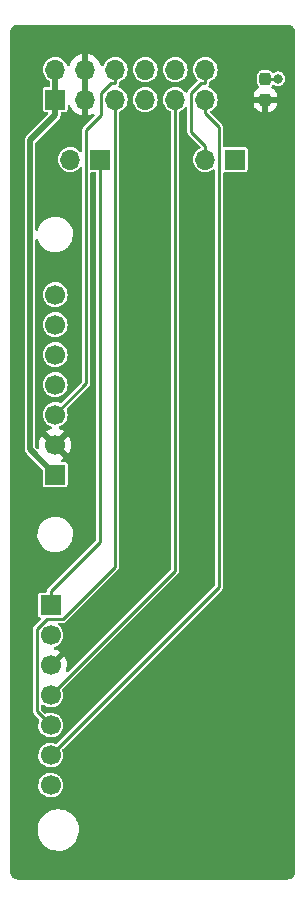
<source format=gtl>
G04 #@! TF.GenerationSoftware,KiCad,Pcbnew,6.0.9-8da3e8f707~116~ubuntu20.04.1*
G04 #@! TF.CreationDate,2023-03-08T00:07:42+01:00*
G04 #@! TF.ProjectId,clocks_pmod,636c6f63-6b73-45f7-906d-6f642e6b6963,rev?*
G04 #@! TF.SameCoordinates,Original*
G04 #@! TF.FileFunction,Copper,L1,Top*
G04 #@! TF.FilePolarity,Positive*
%FSLAX46Y46*%
G04 Gerber Fmt 4.6, Leading zero omitted, Abs format (unit mm)*
G04 Created by KiCad (PCBNEW 6.0.9-8da3e8f707~116~ubuntu20.04.1) date 2023-03-08 00:07:42*
%MOMM*%
%LPD*%
G01*
G04 APERTURE LIST*
G04 Aperture macros list*
%AMRoundRect*
0 Rectangle with rounded corners*
0 $1 Rounding radius*
0 $2 $3 $4 $5 $6 $7 $8 $9 X,Y pos of 4 corners*
0 Add a 4 corners polygon primitive as box body*
4,1,4,$2,$3,$4,$5,$6,$7,$8,$9,$2,$3,0*
0 Add four circle primitives for the rounded corners*
1,1,$1+$1,$2,$3*
1,1,$1+$1,$4,$5*
1,1,$1+$1,$6,$7*
1,1,$1+$1,$8,$9*
0 Add four rect primitives between the rounded corners*
20,1,$1+$1,$2,$3,$4,$5,0*
20,1,$1+$1,$4,$5,$6,$7,0*
20,1,$1+$1,$6,$7,$8,$9,0*
20,1,$1+$1,$8,$9,$2,$3,0*%
G04 Aperture macros list end*
G04 #@! TA.AperFunction,ComponentPad*
%ADD10R,1.700000X1.700000*%
G04 #@! TD*
G04 #@! TA.AperFunction,ComponentPad*
%ADD11C,1.700000*%
G04 #@! TD*
G04 #@! TA.AperFunction,SMDPad,CuDef*
%ADD12RoundRect,0.237500X0.237500X-0.287500X0.237500X0.287500X-0.237500X0.287500X-0.237500X-0.287500X0*%
G04 #@! TD*
G04 #@! TA.AperFunction,ComponentPad*
%ADD13O,1.700000X1.700000*%
G04 #@! TD*
G04 #@! TA.AperFunction,ViaPad*
%ADD14C,0.800000*%
G04 #@! TD*
G04 #@! TA.AperFunction,Conductor*
%ADD15C,0.500000*%
G04 #@! TD*
G04 #@! TA.AperFunction,Conductor*
%ADD16C,0.250000*%
G04 #@! TD*
G04 APERTURE END LIST*
D10*
X81280000Y-105410000D03*
D11*
X81280000Y-102870000D03*
X81280000Y-100330000D03*
X81280000Y-97790000D03*
X81280000Y-95250000D03*
X81280000Y-92710000D03*
X81280000Y-90170000D03*
D10*
X80899000Y-116459000D03*
D11*
X80899000Y-118999000D03*
X80899000Y-121539000D03*
X80899000Y-124079000D03*
X80899000Y-126619000D03*
X80899000Y-129159000D03*
X80899000Y-131699000D03*
D12*
X99060000Y-73660000D03*
X99060000Y-71910000D03*
D10*
X81280000Y-73660000D03*
D13*
X81280000Y-71120000D03*
X83820000Y-73660000D03*
X83820000Y-71120000D03*
X86360000Y-73660000D03*
X86360000Y-71120000D03*
X88900000Y-73660000D03*
X88900000Y-71120000D03*
X91440000Y-73660000D03*
X91440000Y-71120000D03*
X93980000Y-73660000D03*
X93980000Y-71120000D03*
D10*
X85090000Y-78740000D03*
D13*
X82550000Y-78740000D03*
D10*
X96520000Y-78740000D03*
D13*
X93980000Y-78740000D03*
D14*
X100162400Y-71892200D03*
D15*
X83820000Y-71120000D02*
X83820000Y-69215000D01*
X83820000Y-69215000D02*
X84455000Y-68580000D01*
X84455000Y-68580000D02*
X94615000Y-68580000D01*
X94615000Y-68580000D02*
X95885000Y-69850000D01*
X95885000Y-69850000D02*
X95885000Y-72390000D01*
X95885000Y-72390000D02*
X97155000Y-73660000D01*
X97155000Y-73660000D02*
X99060000Y-73660000D01*
D16*
X80899000Y-116459000D02*
X80899000Y-115283700D01*
X85090000Y-111092700D02*
X80899000Y-115283700D01*
X85090000Y-78740000D02*
X85090000Y-111092700D01*
X93612600Y-72295300D02*
X93980000Y-72295300D01*
X92804700Y-73103200D02*
X93612600Y-72295300D01*
X92804700Y-76389400D02*
X92804700Y-73103200D01*
X93980000Y-77564700D02*
X92804700Y-76389400D01*
X93980000Y-78740000D02*
X93980000Y-77564700D01*
X93980000Y-71120000D02*
X93980000Y-72295300D01*
X95155300Y-76010600D02*
X93980000Y-74835300D01*
X95155300Y-114902700D02*
X95155300Y-76010600D01*
X80899000Y-129159000D02*
X95155300Y-114902700D01*
X93980000Y-73660000D02*
X93980000Y-74835300D01*
X91440000Y-113538000D02*
X80899000Y-124079000D01*
X91440000Y-73660000D02*
X91440000Y-113538000D01*
X83914700Y-97695300D02*
X81280000Y-100330000D01*
X83914700Y-76199900D02*
X83914700Y-97695300D01*
X85184700Y-74929900D02*
X83914700Y-76199900D01*
X85184700Y-73103200D02*
X85184700Y-74929900D01*
X85992600Y-72295300D02*
X85184700Y-73103200D01*
X86360000Y-72295300D02*
X85992600Y-72295300D01*
X86360000Y-71120000D02*
X86360000Y-72295300D01*
X79717800Y-125437800D02*
X80899000Y-126619000D01*
X79717800Y-118471500D02*
X79717800Y-125437800D01*
X80554900Y-117634400D02*
X79717800Y-118471500D01*
X81940500Y-117634400D02*
X80554900Y-117634400D01*
X86360000Y-113214900D02*
X81940500Y-117634400D01*
X86360000Y-73660000D02*
X86360000Y-113214900D01*
X99077800Y-71892200D02*
X100162400Y-71892200D01*
X99060000Y-71910000D02*
X99077800Y-71892200D01*
D15*
X83820000Y-73660000D02*
X83820000Y-71120000D01*
X79143000Y-77097300D02*
X81280000Y-74960300D01*
X79143000Y-103273000D02*
X79143000Y-77097300D01*
X81280000Y-105410000D02*
X79143000Y-103273000D01*
X81280000Y-73660000D02*
X81280000Y-71120000D01*
X81280000Y-73660000D02*
X81280000Y-74960300D01*
G04 #@! TA.AperFunction,Conductor*
G36*
X100972025Y-67311792D02*
G01*
X101016582Y-67316812D01*
X101018852Y-67317090D01*
X101060708Y-67322600D01*
X101100871Y-67327888D01*
X101126040Y-67333881D01*
X101178918Y-67352384D01*
X101185520Y-67354904D01*
X101247626Y-67380629D01*
X101266442Y-67390350D01*
X101316103Y-67421553D01*
X101325773Y-67428279D01*
X101377159Y-67467709D01*
X101389550Y-67478576D01*
X101431424Y-67520450D01*
X101442291Y-67532841D01*
X101481721Y-67584227D01*
X101488447Y-67593897D01*
X101519650Y-67643558D01*
X101529371Y-67662374D01*
X101555096Y-67724480D01*
X101557616Y-67731082D01*
X101576119Y-67783960D01*
X101582112Y-67809129D01*
X101592906Y-67891113D01*
X101593192Y-67893453D01*
X101598208Y-67937974D01*
X101599000Y-67952081D01*
X101599000Y-139057919D01*
X101598208Y-139072026D01*
X101593192Y-139116547D01*
X101592906Y-139118887D01*
X101582112Y-139200871D01*
X101576119Y-139226040D01*
X101557616Y-139278918D01*
X101555096Y-139285520D01*
X101529371Y-139347626D01*
X101519650Y-139366442D01*
X101488447Y-139416103D01*
X101481721Y-139425773D01*
X101442291Y-139477159D01*
X101431424Y-139489550D01*
X101389550Y-139531424D01*
X101377159Y-139542291D01*
X101325773Y-139581721D01*
X101316103Y-139588447D01*
X101266442Y-139619650D01*
X101247626Y-139629371D01*
X101185520Y-139655096D01*
X101178918Y-139657616D01*
X101126040Y-139676119D01*
X101100871Y-139682112D01*
X101060708Y-139687400D01*
X101018852Y-139692910D01*
X101016582Y-139693188D01*
X100972025Y-139698208D01*
X100957919Y-139699000D01*
X78112081Y-139699000D01*
X78097975Y-139698208D01*
X78053418Y-139693188D01*
X78051148Y-139692910D01*
X78009292Y-139687400D01*
X77969129Y-139682112D01*
X77943960Y-139676119D01*
X77891082Y-139657616D01*
X77884480Y-139655096D01*
X77822374Y-139629371D01*
X77803558Y-139619650D01*
X77753897Y-139588447D01*
X77744227Y-139581721D01*
X77692841Y-139542291D01*
X77680450Y-139531424D01*
X77638576Y-139489550D01*
X77627709Y-139477159D01*
X77588279Y-139425773D01*
X77581553Y-139416103D01*
X77550350Y-139366442D01*
X77540629Y-139347626D01*
X77514904Y-139285520D01*
X77512384Y-139278918D01*
X77493881Y-139226040D01*
X77487888Y-139200871D01*
X77477094Y-139118887D01*
X77476808Y-139116547D01*
X77471792Y-139072026D01*
X77471000Y-139057919D01*
X77471000Y-135616165D01*
X79781866Y-135616165D01*
X79816952Y-135873970D01*
X79889758Y-136123757D01*
X79998686Y-136360039D01*
X80001246Y-136363944D01*
X80001249Y-136363949D01*
X80138775Y-136573712D01*
X80138779Y-136573717D01*
X80141341Y-136577625D01*
X80314591Y-136771735D01*
X80514629Y-136938105D01*
X80737061Y-137073080D01*
X80741375Y-137074889D01*
X80741377Y-137074890D01*
X80972686Y-137171886D01*
X80972691Y-137171888D01*
X80977001Y-137173695D01*
X80981533Y-137174846D01*
X80981536Y-137174847D01*
X81106815Y-137206663D01*
X81229177Y-137237739D01*
X81445286Y-137259500D01*
X81600044Y-137259500D01*
X81602369Y-137259327D01*
X81602375Y-137259327D01*
X81788814Y-137245472D01*
X81788818Y-137245471D01*
X81793466Y-137245126D01*
X82047232Y-137187705D01*
X82051586Y-137186012D01*
X82285370Y-137095098D01*
X82285372Y-137095097D01*
X82289723Y-137093405D01*
X82325285Y-137073080D01*
X82373038Y-137045786D01*
X82515612Y-136964299D01*
X82719936Y-136803223D01*
X82898208Y-136613714D01*
X83046511Y-136399937D01*
X83064258Y-136363949D01*
X83159521Y-136170775D01*
X83159522Y-136170772D01*
X83161586Y-136166587D01*
X83240906Y-135918792D01*
X83282728Y-135661994D01*
X83286134Y-135401835D01*
X83251048Y-135144030D01*
X83178242Y-134894243D01*
X83069314Y-134657961D01*
X83040637Y-134614221D01*
X82929225Y-134444288D01*
X82929221Y-134444283D01*
X82926659Y-134440375D01*
X82753409Y-134246265D01*
X82553371Y-134079895D01*
X82330939Y-133944920D01*
X82326623Y-133943110D01*
X82095314Y-133846114D01*
X82095309Y-133846112D01*
X82090999Y-133844305D01*
X82086467Y-133843154D01*
X82086464Y-133843153D01*
X81961185Y-133811337D01*
X81838823Y-133780261D01*
X81622714Y-133758500D01*
X81467956Y-133758500D01*
X81465631Y-133758673D01*
X81465625Y-133758673D01*
X81279186Y-133772528D01*
X81279182Y-133772529D01*
X81274534Y-133772874D01*
X81020768Y-133830295D01*
X81016416Y-133831987D01*
X81016414Y-133831988D01*
X80782630Y-133922902D01*
X80782628Y-133922903D01*
X80778277Y-133924595D01*
X80774223Y-133926912D01*
X80774221Y-133926913D01*
X80738467Y-133947348D01*
X80552388Y-134053701D01*
X80348064Y-134214777D01*
X80169792Y-134404286D01*
X80021489Y-134618063D01*
X80019423Y-134622253D01*
X80019421Y-134622256D01*
X79999720Y-134662207D01*
X79906414Y-134851413D01*
X79827094Y-135099208D01*
X79785272Y-135356006D01*
X79781866Y-135616165D01*
X77471000Y-135616165D01*
X77471000Y-131684262D01*
X79843520Y-131684262D01*
X79860759Y-131889553D01*
X79917544Y-132087586D01*
X79920359Y-132093063D01*
X79920360Y-132093066D01*
X79941247Y-132133707D01*
X80011712Y-132270818D01*
X80139677Y-132432270D01*
X80296564Y-132565791D01*
X80476398Y-132666297D01*
X80571238Y-132697113D01*
X80666471Y-132728056D01*
X80666475Y-132728057D01*
X80672329Y-132729959D01*
X80876894Y-132754351D01*
X80883029Y-132753879D01*
X80883031Y-132753879D01*
X80939039Y-132749569D01*
X81082300Y-132738546D01*
X81088230Y-132736890D01*
X81088232Y-132736890D01*
X81274797Y-132684800D01*
X81274796Y-132684800D01*
X81280725Y-132683145D01*
X81286214Y-132680372D01*
X81286220Y-132680370D01*
X81459116Y-132593033D01*
X81464610Y-132590258D01*
X81626951Y-132463424D01*
X81761564Y-132307472D01*
X81782387Y-132270818D01*
X81860276Y-132133707D01*
X81863323Y-132128344D01*
X81928351Y-131932863D01*
X81954171Y-131728474D01*
X81954583Y-131699000D01*
X81934480Y-131493970D01*
X81874935Y-131296749D01*
X81778218Y-131114849D01*
X81704859Y-131024902D01*
X81651906Y-130959975D01*
X81651903Y-130959972D01*
X81648011Y-130955200D01*
X81630786Y-130940950D01*
X81494025Y-130827811D01*
X81494021Y-130827809D01*
X81489275Y-130823882D01*
X81308055Y-130725897D01*
X81111254Y-130664977D01*
X81105129Y-130664333D01*
X81105128Y-130664333D01*
X80912498Y-130644087D01*
X80912496Y-130644087D01*
X80906369Y-130643443D01*
X80819529Y-130651346D01*
X80707342Y-130661555D01*
X80707339Y-130661556D01*
X80701203Y-130662114D01*
X80503572Y-130720280D01*
X80321002Y-130815726D01*
X80316201Y-130819586D01*
X80316198Y-130819588D01*
X80305971Y-130827811D01*
X80160447Y-130944815D01*
X80028024Y-131102630D01*
X80025056Y-131108028D01*
X80025053Y-131108033D01*
X80018315Y-131120290D01*
X79928776Y-131283162D01*
X79866484Y-131479532D01*
X79865798Y-131485649D01*
X79865797Y-131485653D01*
X79844207Y-131678137D01*
X79843520Y-131684262D01*
X77471000Y-131684262D01*
X77471000Y-125466607D01*
X79388536Y-125466607D01*
X79391390Y-125477256D01*
X79398291Y-125503010D01*
X79400670Y-125513742D01*
X79407212Y-125550845D01*
X79412723Y-125560390D01*
X79413915Y-125563666D01*
X79415392Y-125566834D01*
X79418246Y-125577484D01*
X79424570Y-125586515D01*
X79439855Y-125608344D01*
X79445761Y-125617615D01*
X79457842Y-125638540D01*
X79464606Y-125650255D01*
X79473051Y-125657341D01*
X79493482Y-125674485D01*
X79501585Y-125681911D01*
X79897257Y-126077583D01*
X79931283Y-126139895D01*
X79928264Y-126204776D01*
X79866484Y-126399532D01*
X79865798Y-126405649D01*
X79865797Y-126405653D01*
X79844207Y-126598137D01*
X79843520Y-126604262D01*
X79860759Y-126809553D01*
X79917544Y-127007586D01*
X79920359Y-127013063D01*
X79920360Y-127013066D01*
X79941247Y-127053707D01*
X80011712Y-127190818D01*
X80139677Y-127352270D01*
X80296564Y-127485791D01*
X80476398Y-127586297D01*
X80571238Y-127617113D01*
X80666471Y-127648056D01*
X80666475Y-127648057D01*
X80672329Y-127649959D01*
X80876894Y-127674351D01*
X80883029Y-127673879D01*
X80883031Y-127673879D01*
X80939039Y-127669569D01*
X81082300Y-127658546D01*
X81088230Y-127656890D01*
X81088232Y-127656890D01*
X81274797Y-127604800D01*
X81274796Y-127604800D01*
X81280725Y-127603145D01*
X81286214Y-127600372D01*
X81286220Y-127600370D01*
X81459116Y-127513033D01*
X81464610Y-127510258D01*
X81626951Y-127383424D01*
X81761564Y-127227472D01*
X81782387Y-127190818D01*
X81860276Y-127053707D01*
X81863323Y-127048344D01*
X81928351Y-126852863D01*
X81954171Y-126648474D01*
X81954583Y-126619000D01*
X81934480Y-126413970D01*
X81874935Y-126216749D01*
X81778218Y-126034849D01*
X81704859Y-125944902D01*
X81651906Y-125879975D01*
X81651903Y-125879972D01*
X81648011Y-125875200D01*
X81643262Y-125871271D01*
X81494025Y-125747811D01*
X81494021Y-125747809D01*
X81489275Y-125743882D01*
X81308055Y-125645897D01*
X81111254Y-125584977D01*
X81105129Y-125584333D01*
X81105128Y-125584333D01*
X80912498Y-125564087D01*
X80912496Y-125564087D01*
X80906369Y-125563443D01*
X80819529Y-125571346D01*
X80707342Y-125581555D01*
X80707339Y-125581556D01*
X80701203Y-125582114D01*
X80503572Y-125640280D01*
X80498108Y-125643137D01*
X80493781Y-125644885D01*
X80423128Y-125651860D01*
X80357482Y-125617156D01*
X80080205Y-125339879D01*
X80046179Y-125277567D01*
X80043300Y-125250784D01*
X80043300Y-125002936D01*
X80063302Y-124934815D01*
X80116958Y-124888322D01*
X80187232Y-124878218D01*
X80250964Y-124906982D01*
X80296564Y-124945791D01*
X80476398Y-125046297D01*
X80571238Y-125077113D01*
X80666471Y-125108056D01*
X80666475Y-125108057D01*
X80672329Y-125109959D01*
X80876894Y-125134351D01*
X80883029Y-125133879D01*
X80883031Y-125133879D01*
X80939039Y-125129569D01*
X81082300Y-125118546D01*
X81088230Y-125116890D01*
X81088232Y-125116890D01*
X81274797Y-125064800D01*
X81274796Y-125064800D01*
X81280725Y-125063145D01*
X81286214Y-125060372D01*
X81286220Y-125060370D01*
X81459116Y-124973033D01*
X81464610Y-124970258D01*
X81626951Y-124843424D01*
X81761564Y-124687472D01*
X81863323Y-124508344D01*
X81928351Y-124312863D01*
X81954171Y-124108474D01*
X81954583Y-124079000D01*
X81934480Y-123873970D01*
X81874935Y-123676749D01*
X81873312Y-123673696D01*
X81865944Y-123604024D01*
X81900808Y-123537518D01*
X91656222Y-113782105D01*
X91664326Y-113774678D01*
X91684750Y-113757540D01*
X91693194Y-113750455D01*
X91698704Y-113740912D01*
X91698707Y-113740908D01*
X91712036Y-113717821D01*
X91717941Y-113708551D01*
X91733232Y-113686713D01*
X91739554Y-113677684D01*
X91742407Y-113667036D01*
X91743886Y-113663865D01*
X91745078Y-113660589D01*
X91750588Y-113651045D01*
X91757134Y-113613924D01*
X91759508Y-113603217D01*
X91769263Y-113566807D01*
X91765979Y-113529269D01*
X91765500Y-113518288D01*
X91765500Y-74750062D01*
X91785502Y-74681941D01*
X91834690Y-74637596D01*
X92000113Y-74554035D01*
X92000116Y-74554033D01*
X92005610Y-74551258D01*
X92167951Y-74424424D01*
X92173608Y-74417871D01*
X92257818Y-74320311D01*
X92317471Y-74281814D01*
X92388467Y-74281678D01*
X92448267Y-74319948D01*
X92477883Y-74384472D01*
X92479200Y-74402642D01*
X92479200Y-76369690D01*
X92478720Y-76380672D01*
X92475436Y-76418207D01*
X92478290Y-76428856D01*
X92485191Y-76454610D01*
X92487570Y-76465342D01*
X92494112Y-76502445D01*
X92499623Y-76511990D01*
X92500815Y-76515266D01*
X92502292Y-76518434D01*
X92505146Y-76529084D01*
X92511470Y-76538115D01*
X92526755Y-76559944D01*
X92532661Y-76569215D01*
X92545995Y-76592310D01*
X92551506Y-76601855D01*
X92559948Y-76608939D01*
X92580381Y-76626085D01*
X92588483Y-76633510D01*
X93549757Y-77594784D01*
X93583783Y-77657096D01*
X93578718Y-77727911D01*
X93536171Y-77784747D01*
X93519038Y-77795540D01*
X93464717Y-77823939D01*
X93402002Y-77856726D01*
X93397201Y-77860586D01*
X93397198Y-77860588D01*
X93373133Y-77879937D01*
X93241447Y-77985815D01*
X93109024Y-78143630D01*
X93106056Y-78149028D01*
X93106053Y-78149033D01*
X93012743Y-78318765D01*
X93009776Y-78324162D01*
X92947484Y-78520532D01*
X92946798Y-78526649D01*
X92946797Y-78526653D01*
X92941609Y-78572910D01*
X92924520Y-78725262D01*
X92941759Y-78930553D01*
X92998544Y-79128586D01*
X93001359Y-79134063D01*
X93001360Y-79134066D01*
X93089897Y-79306341D01*
X93092712Y-79311818D01*
X93220677Y-79473270D01*
X93225370Y-79477264D01*
X93225371Y-79477265D01*
X93332307Y-79568274D01*
X93377564Y-79606791D01*
X93557398Y-79707297D01*
X93641280Y-79734552D01*
X93747471Y-79769056D01*
X93747475Y-79769057D01*
X93753329Y-79770959D01*
X93957894Y-79795351D01*
X93964029Y-79794879D01*
X93964031Y-79794879D01*
X94036625Y-79789293D01*
X94163300Y-79779546D01*
X94169230Y-79777890D01*
X94169232Y-79777890D01*
X94355797Y-79725800D01*
X94355796Y-79725800D01*
X94361725Y-79724145D01*
X94367214Y-79721372D01*
X94367220Y-79721370D01*
X94540116Y-79634033D01*
X94545610Y-79631258D01*
X94550462Y-79627467D01*
X94550467Y-79627464D01*
X94626227Y-79568274D01*
X94692221Y-79542096D01*
X94761892Y-79555753D01*
X94813119Y-79604910D01*
X94829800Y-79667563D01*
X94829800Y-114715684D01*
X94809798Y-114783805D01*
X94792895Y-114804779D01*
X81440491Y-128157183D01*
X81378179Y-128191209D01*
X81308400Y-128184783D01*
X81308055Y-128185897D01*
X81302786Y-128184266D01*
X81111254Y-128124977D01*
X81105129Y-128124333D01*
X81105128Y-128124333D01*
X80912498Y-128104087D01*
X80912496Y-128104087D01*
X80906369Y-128103443D01*
X80819529Y-128111346D01*
X80707342Y-128121555D01*
X80707339Y-128121556D01*
X80701203Y-128122114D01*
X80503572Y-128180280D01*
X80498107Y-128183137D01*
X80494959Y-128184783D01*
X80321002Y-128275726D01*
X80316201Y-128279586D01*
X80316198Y-128279588D01*
X80165254Y-128400950D01*
X80160447Y-128404815D01*
X80028024Y-128562630D01*
X80025056Y-128568028D01*
X80025053Y-128568033D01*
X79961287Y-128684024D01*
X79928776Y-128743162D01*
X79866484Y-128939532D01*
X79865798Y-128945649D01*
X79865797Y-128945653D01*
X79844207Y-129138137D01*
X79843520Y-129144262D01*
X79860759Y-129349553D01*
X79917544Y-129547586D01*
X79920359Y-129553063D01*
X79920360Y-129553066D01*
X79941247Y-129593707D01*
X80011712Y-129730818D01*
X80139677Y-129892270D01*
X80296564Y-130025791D01*
X80476398Y-130126297D01*
X80571238Y-130157113D01*
X80666471Y-130188056D01*
X80666475Y-130188057D01*
X80672329Y-130189959D01*
X80876894Y-130214351D01*
X80883029Y-130213879D01*
X80883031Y-130213879D01*
X80939039Y-130209569D01*
X81082300Y-130198546D01*
X81088230Y-130196890D01*
X81088232Y-130196890D01*
X81274797Y-130144800D01*
X81274796Y-130144800D01*
X81280725Y-130143145D01*
X81286214Y-130140372D01*
X81286220Y-130140370D01*
X81459116Y-130053033D01*
X81464610Y-130050258D01*
X81626951Y-129923424D01*
X81761564Y-129767472D01*
X81782387Y-129730818D01*
X81860276Y-129593707D01*
X81863323Y-129588344D01*
X81928351Y-129392863D01*
X81954171Y-129188474D01*
X81954583Y-129159000D01*
X81934480Y-128953970D01*
X81874935Y-128756749D01*
X81873312Y-128753696D01*
X81865944Y-128684024D01*
X81900808Y-128617518D01*
X95371515Y-115146811D01*
X95379619Y-115139384D01*
X95400049Y-115122241D01*
X95408494Y-115115155D01*
X95415001Y-115103885D01*
X95427339Y-115082515D01*
X95433245Y-115073244D01*
X95434645Y-115071245D01*
X95454854Y-115042384D01*
X95457708Y-115031734D01*
X95459185Y-115028566D01*
X95460377Y-115025290D01*
X95465888Y-115015745D01*
X95472430Y-114978642D01*
X95474809Y-114967910D01*
X95484564Y-114931507D01*
X95481279Y-114893957D01*
X95480800Y-114882976D01*
X95480800Y-79910325D01*
X95500802Y-79842204D01*
X95554458Y-79795711D01*
X95631381Y-79786746D01*
X95650252Y-79790500D01*
X97389748Y-79790500D01*
X97408621Y-79786746D01*
X97436061Y-79781288D01*
X97436062Y-79781288D01*
X97448231Y-79778867D01*
X97514552Y-79734552D01*
X97558867Y-79668231D01*
X97565670Y-79634033D01*
X97569293Y-79615816D01*
X97570500Y-79609748D01*
X97570500Y-77870252D01*
X97558867Y-77811769D01*
X97514552Y-77745448D01*
X97448231Y-77701133D01*
X97436062Y-77698712D01*
X97436061Y-77698712D01*
X97395816Y-77690707D01*
X97389748Y-77689500D01*
X95650252Y-77689500D01*
X95631381Y-77693254D01*
X95560669Y-77686927D01*
X95504601Y-77643373D01*
X95480800Y-77569675D01*
X95480800Y-76030313D01*
X95481279Y-76019332D01*
X95483603Y-75992770D01*
X95483603Y-75992768D01*
X95484563Y-75981793D01*
X95474808Y-75945383D01*
X95472433Y-75934672D01*
X95467801Y-75908406D01*
X95465888Y-75897555D01*
X95460378Y-75888011D01*
X95459186Y-75884735D01*
X95457707Y-75881564D01*
X95454854Y-75870916D01*
X95433240Y-75840048D01*
X95427336Y-75830779D01*
X95414007Y-75807692D01*
X95414004Y-75807688D01*
X95408494Y-75798145D01*
X95379624Y-75773920D01*
X95371533Y-75766506D01*
X94410025Y-74804999D01*
X94376001Y-74742688D01*
X94381065Y-74671873D01*
X94423612Y-74615037D01*
X94442310Y-74603439D01*
X94540116Y-74554033D01*
X94545610Y-74551258D01*
X94707951Y-74424424D01*
X94713608Y-74417871D01*
X94838540Y-74273134D01*
X94838540Y-74273133D01*
X94842564Y-74268472D01*
X94863387Y-74231818D01*
X94893601Y-74178631D01*
X94944323Y-74089344D01*
X94976118Y-73993766D01*
X98077000Y-73993766D01*
X98077337Y-74000282D01*
X98087075Y-74094132D01*
X98089968Y-74107528D01*
X98140488Y-74258953D01*
X98146653Y-74272115D01*
X98230426Y-74407492D01*
X98239460Y-74418890D01*
X98352129Y-74531363D01*
X98363540Y-74540375D01*
X98499063Y-74623912D01*
X98512241Y-74630056D01*
X98663766Y-74680315D01*
X98677132Y-74683181D01*
X98769770Y-74692672D01*
X98776185Y-74693000D01*
X98787885Y-74693000D01*
X98803124Y-74688525D01*
X98804329Y-74687135D01*
X98806000Y-74679452D01*
X98806000Y-74674885D01*
X99314000Y-74674885D01*
X99318475Y-74690124D01*
X99319865Y-74691329D01*
X99327548Y-74693000D01*
X99343766Y-74693000D01*
X99350282Y-74692663D01*
X99444132Y-74682925D01*
X99457528Y-74680032D01*
X99608953Y-74629512D01*
X99622115Y-74623347D01*
X99757492Y-74539574D01*
X99768890Y-74530540D01*
X99881363Y-74417871D01*
X99890375Y-74406460D01*
X99973912Y-74270937D01*
X99980056Y-74257759D01*
X100030315Y-74106234D01*
X100033181Y-74092868D01*
X100042672Y-74000230D01*
X100043000Y-73993815D01*
X100043000Y-73932115D01*
X100038525Y-73916876D01*
X100037135Y-73915671D01*
X100029452Y-73914000D01*
X99332115Y-73914000D01*
X99316876Y-73918475D01*
X99315671Y-73919865D01*
X99314000Y-73927548D01*
X99314000Y-74674885D01*
X98806000Y-74674885D01*
X98806000Y-73932115D01*
X98801525Y-73916876D01*
X98800135Y-73915671D01*
X98792452Y-73914000D01*
X98095115Y-73914000D01*
X98079876Y-73918475D01*
X98078671Y-73919865D01*
X98077000Y-73927548D01*
X98077000Y-73993766D01*
X94976118Y-73993766D01*
X95009351Y-73893863D01*
X95035171Y-73689474D01*
X95035583Y-73660000D01*
X95015480Y-73454970D01*
X94995226Y-73387885D01*
X98077000Y-73387885D01*
X98081475Y-73403124D01*
X98082865Y-73404329D01*
X98090548Y-73406000D01*
X100024885Y-73406000D01*
X100040124Y-73401525D01*
X100041329Y-73400135D01*
X100043000Y-73392452D01*
X100043000Y-73326234D01*
X100042663Y-73319718D01*
X100032925Y-73225868D01*
X100030032Y-73212472D01*
X99979512Y-73061047D01*
X99973347Y-73047885D01*
X99889574Y-72912508D01*
X99880540Y-72901110D01*
X99767871Y-72788637D01*
X99756460Y-72779625D01*
X99634394Y-72704383D01*
X99586901Y-72651611D01*
X99575477Y-72581539D01*
X99603751Y-72516416D01*
X99605337Y-72514680D01*
X99610711Y-72510711D01*
X99647752Y-72460561D01*
X99668787Y-72432082D01*
X99725349Y-72389171D01*
X99796130Y-72383651D01*
X99846846Y-72406981D01*
X99848624Y-72408345D01*
X99859559Y-72416736D01*
X100005638Y-72477244D01*
X100013826Y-72478322D01*
X100047187Y-72482714D01*
X100162400Y-72497882D01*
X100170588Y-72496804D01*
X100310974Y-72478322D01*
X100319162Y-72477244D01*
X100465241Y-72416736D01*
X100590682Y-72320482D01*
X100686936Y-72195041D01*
X100747444Y-72048962D01*
X100768082Y-71892200D01*
X100747444Y-71735438D01*
X100686936Y-71589359D01*
X100590682Y-71463918D01*
X100465241Y-71367664D01*
X100319162Y-71307156D01*
X100162400Y-71286518D01*
X100005638Y-71307156D01*
X99859559Y-71367664D01*
X99853008Y-71372691D01*
X99853004Y-71372693D01*
X99830059Y-71390299D01*
X99763839Y-71415899D01*
X99694290Y-71401634D01*
X99652005Y-71365195D01*
X99616307Y-71316864D01*
X99616303Y-71316860D01*
X99610711Y-71309289D01*
X99579881Y-71286518D01*
X99512345Y-71236635D01*
X99512343Y-71236634D01*
X99504768Y-71231039D01*
X99495881Y-71227918D01*
X99495879Y-71227917D01*
X99387748Y-71189944D01*
X99387746Y-71189943D01*
X99380500Y-71187399D01*
X99372856Y-71186676D01*
X99372854Y-71186676D01*
X99364879Y-71185922D01*
X99349833Y-71184500D01*
X99060147Y-71184500D01*
X98770168Y-71184501D01*
X98767218Y-71184780D01*
X98767213Y-71184780D01*
X98747150Y-71186676D01*
X98747149Y-71186676D01*
X98739500Y-71187399D01*
X98732252Y-71189944D01*
X98732249Y-71189945D01*
X98624121Y-71227917D01*
X98624119Y-71227918D01*
X98615232Y-71231039D01*
X98607657Y-71236634D01*
X98607655Y-71236635D01*
X98540119Y-71286518D01*
X98509289Y-71309289D01*
X98503697Y-71316860D01*
X98439461Y-71403830D01*
X98431039Y-71415232D01*
X98427918Y-71424119D01*
X98427917Y-71424121D01*
X98389944Y-71532252D01*
X98387399Y-71539500D01*
X98384500Y-71570167D01*
X98384501Y-72249832D01*
X98387399Y-72280500D01*
X98389944Y-72287748D01*
X98389945Y-72287751D01*
X98425562Y-72389171D01*
X98431039Y-72404768D01*
X98436634Y-72412343D01*
X98436635Y-72412345D01*
X98472248Y-72460561D01*
X98509289Y-72510711D01*
X98510503Y-72511608D01*
X98542530Y-72570259D01*
X98537465Y-72641074D01*
X98494918Y-72697910D01*
X98485711Y-72704187D01*
X98362508Y-72780427D01*
X98351110Y-72789460D01*
X98238637Y-72902129D01*
X98229625Y-72913540D01*
X98146088Y-73049063D01*
X98139944Y-73062241D01*
X98089685Y-73213766D01*
X98086819Y-73227132D01*
X98077328Y-73319770D01*
X98077000Y-73326185D01*
X98077000Y-73387885D01*
X94995226Y-73387885D01*
X94955935Y-73257749D01*
X94859218Y-73075849D01*
X94760236Y-72954485D01*
X94732906Y-72920975D01*
X94732903Y-72920972D01*
X94729011Y-72916200D01*
X94711786Y-72901950D01*
X94575025Y-72788811D01*
X94575021Y-72788809D01*
X94570275Y-72784882D01*
X94389055Y-72686897D01*
X94339684Y-72671614D01*
X94321968Y-72666130D01*
X94262808Y-72626879D01*
X94234261Y-72561874D01*
X94245390Y-72491755D01*
X94253803Y-72478645D01*
X94253643Y-72478552D01*
X94259157Y-72469002D01*
X94266240Y-72460561D01*
X94270008Y-72450208D01*
X94270011Y-72450203D01*
X94272363Y-72443740D01*
X94281644Y-72423836D01*
X94285076Y-72417892D01*
X94290588Y-72408345D01*
X94292502Y-72397491D01*
X94292504Y-72397485D01*
X94293696Y-72390724D01*
X94299378Y-72369516D01*
X94301730Y-72363052D01*
X94305500Y-72352694D01*
X94305500Y-72210062D01*
X94325502Y-72141941D01*
X94374690Y-72097596D01*
X94540113Y-72014035D01*
X94540116Y-72014033D01*
X94545610Y-72011258D01*
X94561345Y-71998965D01*
X94703101Y-71888213D01*
X94707951Y-71884424D01*
X94765992Y-71817183D01*
X94838540Y-71733134D01*
X94838540Y-71733133D01*
X94842564Y-71728472D01*
X94863387Y-71691818D01*
X94881056Y-71660714D01*
X94944323Y-71549344D01*
X95009351Y-71353863D01*
X95035171Y-71149474D01*
X95035583Y-71120000D01*
X95015480Y-70914970D01*
X94955935Y-70717749D01*
X94859218Y-70535849D01*
X94783206Y-70442649D01*
X94732906Y-70380975D01*
X94732903Y-70380972D01*
X94729011Y-70376200D01*
X94711786Y-70361950D01*
X94575025Y-70248811D01*
X94575021Y-70248809D01*
X94570275Y-70244882D01*
X94389055Y-70146897D01*
X94192254Y-70085977D01*
X94186129Y-70085333D01*
X94186128Y-70085333D01*
X93993498Y-70065087D01*
X93993496Y-70065087D01*
X93987369Y-70064443D01*
X93900529Y-70072346D01*
X93788342Y-70082555D01*
X93788339Y-70082556D01*
X93782203Y-70083114D01*
X93584572Y-70141280D01*
X93402002Y-70236726D01*
X93397201Y-70240586D01*
X93397198Y-70240588D01*
X93364688Y-70266727D01*
X93241447Y-70365815D01*
X93109024Y-70523630D01*
X93106056Y-70529028D01*
X93106053Y-70529033D01*
X93099315Y-70541290D01*
X93009776Y-70704162D01*
X92947484Y-70900532D01*
X92946798Y-70906649D01*
X92946797Y-70906653D01*
X92925207Y-71099137D01*
X92924520Y-71105262D01*
X92925036Y-71111406D01*
X92939741Y-71286518D01*
X92941759Y-71310553D01*
X92943458Y-71316478D01*
X92989395Y-71476678D01*
X92998544Y-71508586D01*
X93001359Y-71514063D01*
X93001360Y-71514066D01*
X93089897Y-71686341D01*
X93092712Y-71691818D01*
X93220677Y-71853270D01*
X93225370Y-71857264D01*
X93225371Y-71857265D01*
X93318537Y-71936556D01*
X93357450Y-71995939D01*
X93358081Y-72066933D01*
X93325969Y-72121605D01*
X92588485Y-72859089D01*
X92580381Y-72866516D01*
X92551506Y-72890745D01*
X92545993Y-72900294D01*
X92532661Y-72923385D01*
X92526755Y-72932656D01*
X92505146Y-72963516D01*
X92502291Y-72974169D01*
X92500819Y-72977327D01*
X92499626Y-72980605D01*
X92494112Y-72990155D01*
X92493373Y-72994344D01*
X92453753Y-73048154D01*
X92387431Y-73073491D01*
X92317940Y-73058950D01*
X92279804Y-73027523D01*
X92192906Y-72920975D01*
X92192903Y-72920972D01*
X92189011Y-72916200D01*
X92171786Y-72901950D01*
X92035025Y-72788811D01*
X92035021Y-72788809D01*
X92030275Y-72784882D01*
X91849055Y-72686897D01*
X91652254Y-72625977D01*
X91646129Y-72625333D01*
X91646128Y-72625333D01*
X91453498Y-72605087D01*
X91453496Y-72605087D01*
X91447369Y-72604443D01*
X91362263Y-72612188D01*
X91248342Y-72622555D01*
X91248339Y-72622556D01*
X91242203Y-72623114D01*
X91044572Y-72681280D01*
X90862002Y-72776726D01*
X90857201Y-72780586D01*
X90857198Y-72780588D01*
X90720190Y-72890745D01*
X90701447Y-72905815D01*
X90569024Y-73063630D01*
X90566056Y-73069028D01*
X90566053Y-73069033D01*
X90487198Y-73212472D01*
X90469776Y-73244162D01*
X90407484Y-73440532D01*
X90406798Y-73446649D01*
X90406797Y-73446653D01*
X90401609Y-73492910D01*
X90384520Y-73645262D01*
X90401759Y-73850553D01*
X90403458Y-73856478D01*
X90442839Y-73993815D01*
X90458544Y-74048586D01*
X90461359Y-74054063D01*
X90461360Y-74054066D01*
X90536025Y-74199348D01*
X90552712Y-74231818D01*
X90680677Y-74393270D01*
X90685370Y-74397264D01*
X90685371Y-74397265D01*
X90775938Y-74474343D01*
X90837564Y-74526791D01*
X90842942Y-74529797D01*
X90842944Y-74529798D01*
X90874563Y-74547469D01*
X91017398Y-74627297D01*
X91025890Y-74630056D01*
X91027441Y-74630560D01*
X91086045Y-74670636D01*
X91113679Y-74736034D01*
X91114500Y-74750392D01*
X91114500Y-113350983D01*
X91094498Y-113419104D01*
X91077595Y-113440078D01*
X82386219Y-122131454D01*
X82323907Y-122165480D01*
X82253092Y-122160415D01*
X82196256Y-122117868D01*
X82171445Y-122051348D01*
X82176566Y-122005730D01*
X82229376Y-121831915D01*
X82231555Y-121821834D01*
X82259590Y-121608887D01*
X82260109Y-121602212D01*
X82261572Y-121542364D01*
X82261378Y-121535646D01*
X82243781Y-121321604D01*
X82242096Y-121311424D01*
X82190214Y-121104875D01*
X82186894Y-121095124D01*
X82101972Y-120899814D01*
X82097105Y-120890739D01*
X82032063Y-120790197D01*
X82021377Y-120780995D01*
X82011812Y-120785398D01*
X80988095Y-121809115D01*
X80925783Y-121843141D01*
X80854968Y-121838076D01*
X80809905Y-121809115D01*
X80628885Y-121628095D01*
X80594859Y-121565783D01*
X80599924Y-121494968D01*
X80628885Y-121449905D01*
X81652389Y-120426401D01*
X81659410Y-120413544D01*
X81652611Y-120404213D01*
X81648554Y-120401518D01*
X81462117Y-120298599D01*
X81452705Y-120294369D01*
X81261031Y-120226493D01*
X81203495Y-120184899D01*
X81177579Y-120118801D01*
X81191513Y-120049185D01*
X81240872Y-119998154D01*
X81269206Y-119986362D01*
X81274790Y-119984803D01*
X81274799Y-119984800D01*
X81280725Y-119983145D01*
X81286214Y-119980372D01*
X81286220Y-119980370D01*
X81459116Y-119893033D01*
X81464610Y-119890258D01*
X81626951Y-119763424D01*
X81761564Y-119607472D01*
X81863323Y-119428344D01*
X81928351Y-119232863D01*
X81954171Y-119028474D01*
X81954583Y-118999000D01*
X81934480Y-118793970D01*
X81874935Y-118596749D01*
X81778218Y-118414849D01*
X81658935Y-118268594D01*
X81651906Y-118259975D01*
X81651903Y-118259972D01*
X81648011Y-118255200D01*
X81623380Y-118234823D01*
X81560718Y-118182985D01*
X81520979Y-118124151D01*
X81519357Y-118053173D01*
X81556367Y-117992586D01*
X81620257Y-117961625D01*
X81641033Y-117959900D01*
X81920790Y-117959900D01*
X81931772Y-117960380D01*
X81958320Y-117962703D01*
X81958322Y-117962703D01*
X81969307Y-117963664D01*
X82005715Y-117953908D01*
X82016442Y-117951530D01*
X82019801Y-117950938D01*
X82053545Y-117944988D01*
X82063090Y-117939477D01*
X82066366Y-117938285D01*
X82069534Y-117936808D01*
X82080184Y-117933954D01*
X82111044Y-117912345D01*
X82120315Y-117906439D01*
X82143406Y-117893107D01*
X82152955Y-117887594D01*
X82177185Y-117858717D01*
X82184611Y-117850615D01*
X86576215Y-113459011D01*
X86584319Y-113451584D01*
X86604749Y-113434441D01*
X86613194Y-113427355D01*
X86618707Y-113417806D01*
X86632039Y-113394715D01*
X86637945Y-113385444D01*
X86653230Y-113363615D01*
X86659554Y-113354584D01*
X86662408Y-113343934D01*
X86663885Y-113340766D01*
X86665077Y-113337490D01*
X86670588Y-113327945D01*
X86677130Y-113290842D01*
X86679509Y-113280110D01*
X86689264Y-113243707D01*
X86685979Y-113206157D01*
X86685500Y-113195176D01*
X86685500Y-74750062D01*
X86705502Y-74681941D01*
X86754690Y-74637596D01*
X86920113Y-74554035D01*
X86920116Y-74554033D01*
X86925610Y-74551258D01*
X87087951Y-74424424D01*
X87093608Y-74417871D01*
X87218540Y-74273134D01*
X87218540Y-74273133D01*
X87222564Y-74268472D01*
X87243387Y-74231818D01*
X87273601Y-74178631D01*
X87324323Y-74089344D01*
X87389351Y-73893863D01*
X87415171Y-73689474D01*
X87415583Y-73660000D01*
X87414138Y-73645262D01*
X87844520Y-73645262D01*
X87861759Y-73850553D01*
X87863458Y-73856478D01*
X87902839Y-73993815D01*
X87918544Y-74048586D01*
X87921359Y-74054063D01*
X87921360Y-74054066D01*
X87996025Y-74199348D01*
X88012712Y-74231818D01*
X88140677Y-74393270D01*
X88145370Y-74397264D01*
X88145371Y-74397265D01*
X88235938Y-74474343D01*
X88297564Y-74526791D01*
X88302942Y-74529797D01*
X88302944Y-74529798D01*
X88334563Y-74547469D01*
X88477398Y-74627297D01*
X88561280Y-74654552D01*
X88667471Y-74689056D01*
X88667475Y-74689057D01*
X88673329Y-74690959D01*
X88877894Y-74715351D01*
X88884029Y-74714879D01*
X88884031Y-74714879D01*
X88956625Y-74709293D01*
X89083300Y-74699546D01*
X89089230Y-74697890D01*
X89089232Y-74697890D01*
X89275797Y-74645800D01*
X89275796Y-74645800D01*
X89281725Y-74644145D01*
X89287214Y-74641372D01*
X89287220Y-74641370D01*
X89460116Y-74554033D01*
X89465610Y-74551258D01*
X89627951Y-74424424D01*
X89633608Y-74417871D01*
X89758540Y-74273134D01*
X89758540Y-74273133D01*
X89762564Y-74268472D01*
X89783387Y-74231818D01*
X89813601Y-74178631D01*
X89864323Y-74089344D01*
X89929351Y-73893863D01*
X89955171Y-73689474D01*
X89955583Y-73660000D01*
X89935480Y-73454970D01*
X89875935Y-73257749D01*
X89779218Y-73075849D01*
X89680236Y-72954485D01*
X89652906Y-72920975D01*
X89652903Y-72920972D01*
X89649011Y-72916200D01*
X89631786Y-72901950D01*
X89495025Y-72788811D01*
X89495021Y-72788809D01*
X89490275Y-72784882D01*
X89309055Y-72686897D01*
X89112254Y-72625977D01*
X89106129Y-72625333D01*
X89106128Y-72625333D01*
X88913498Y-72605087D01*
X88913496Y-72605087D01*
X88907369Y-72604443D01*
X88822263Y-72612188D01*
X88708342Y-72622555D01*
X88708339Y-72622556D01*
X88702203Y-72623114D01*
X88504572Y-72681280D01*
X88322002Y-72776726D01*
X88317201Y-72780586D01*
X88317198Y-72780588D01*
X88180190Y-72890745D01*
X88161447Y-72905815D01*
X88029024Y-73063630D01*
X88026056Y-73069028D01*
X88026053Y-73069033D01*
X87947198Y-73212472D01*
X87929776Y-73244162D01*
X87867484Y-73440532D01*
X87866798Y-73446649D01*
X87866797Y-73446653D01*
X87861609Y-73492910D01*
X87844520Y-73645262D01*
X87414138Y-73645262D01*
X87395480Y-73454970D01*
X87335935Y-73257749D01*
X87239218Y-73075849D01*
X87140236Y-72954485D01*
X87112906Y-72920975D01*
X87112903Y-72920972D01*
X87109011Y-72916200D01*
X87091786Y-72901950D01*
X86955025Y-72788811D01*
X86955021Y-72788809D01*
X86950275Y-72784882D01*
X86769055Y-72686897D01*
X86719684Y-72671614D01*
X86701968Y-72666130D01*
X86642808Y-72626879D01*
X86614261Y-72561874D01*
X86625390Y-72491755D01*
X86633803Y-72478645D01*
X86633643Y-72478552D01*
X86639157Y-72469002D01*
X86646240Y-72460561D01*
X86650008Y-72450208D01*
X86650011Y-72450203D01*
X86652363Y-72443740D01*
X86661644Y-72423836D01*
X86665076Y-72417892D01*
X86670588Y-72408345D01*
X86672502Y-72397491D01*
X86672504Y-72397485D01*
X86673696Y-72390724D01*
X86679378Y-72369516D01*
X86681730Y-72363052D01*
X86685500Y-72352694D01*
X86685500Y-72210062D01*
X86705502Y-72141941D01*
X86754690Y-72097596D01*
X86920113Y-72014035D01*
X86920116Y-72014033D01*
X86925610Y-72011258D01*
X86941345Y-71998965D01*
X87083101Y-71888213D01*
X87087951Y-71884424D01*
X87145992Y-71817183D01*
X87218540Y-71733134D01*
X87218540Y-71733133D01*
X87222564Y-71728472D01*
X87243387Y-71691818D01*
X87261056Y-71660714D01*
X87324323Y-71549344D01*
X87389351Y-71353863D01*
X87415171Y-71149474D01*
X87415583Y-71120000D01*
X87414138Y-71105262D01*
X87844520Y-71105262D01*
X87845036Y-71111406D01*
X87859741Y-71286518D01*
X87861759Y-71310553D01*
X87863458Y-71316478D01*
X87909395Y-71476678D01*
X87918544Y-71508586D01*
X87921359Y-71514063D01*
X87921360Y-71514066D01*
X88009897Y-71686341D01*
X88012712Y-71691818D01*
X88140677Y-71853270D01*
X88145370Y-71857264D01*
X88145371Y-71857265D01*
X88219541Y-71920388D01*
X88297564Y-71986791D01*
X88302942Y-71989797D01*
X88302944Y-71989798D01*
X88333387Y-72006812D01*
X88477398Y-72087297D01*
X88572238Y-72118113D01*
X88667471Y-72149056D01*
X88667475Y-72149057D01*
X88673329Y-72150959D01*
X88877894Y-72175351D01*
X88884029Y-72174879D01*
X88884031Y-72174879D01*
X88940039Y-72170569D01*
X89083300Y-72159546D01*
X89089230Y-72157890D01*
X89089232Y-72157890D01*
X89275797Y-72105800D01*
X89275796Y-72105800D01*
X89281725Y-72104145D01*
X89287214Y-72101372D01*
X89287220Y-72101370D01*
X89460116Y-72014033D01*
X89465610Y-72011258D01*
X89481345Y-71998965D01*
X89623101Y-71888213D01*
X89627951Y-71884424D01*
X89685992Y-71817183D01*
X89758540Y-71733134D01*
X89758540Y-71733133D01*
X89762564Y-71728472D01*
X89783387Y-71691818D01*
X89801056Y-71660714D01*
X89864323Y-71549344D01*
X89929351Y-71353863D01*
X89955171Y-71149474D01*
X89955583Y-71120000D01*
X89954138Y-71105262D01*
X90384520Y-71105262D01*
X90385036Y-71111406D01*
X90399741Y-71286518D01*
X90401759Y-71310553D01*
X90403458Y-71316478D01*
X90449395Y-71476678D01*
X90458544Y-71508586D01*
X90461359Y-71514063D01*
X90461360Y-71514066D01*
X90549897Y-71686341D01*
X90552712Y-71691818D01*
X90680677Y-71853270D01*
X90685370Y-71857264D01*
X90685371Y-71857265D01*
X90759541Y-71920388D01*
X90837564Y-71986791D01*
X90842942Y-71989797D01*
X90842944Y-71989798D01*
X90873387Y-72006812D01*
X91017398Y-72087297D01*
X91112238Y-72118113D01*
X91207471Y-72149056D01*
X91207475Y-72149057D01*
X91213329Y-72150959D01*
X91417894Y-72175351D01*
X91424029Y-72174879D01*
X91424031Y-72174879D01*
X91480039Y-72170569D01*
X91623300Y-72159546D01*
X91629230Y-72157890D01*
X91629232Y-72157890D01*
X91815797Y-72105800D01*
X91815796Y-72105800D01*
X91821725Y-72104145D01*
X91827214Y-72101372D01*
X91827220Y-72101370D01*
X92000116Y-72014033D01*
X92005610Y-72011258D01*
X92021345Y-71998965D01*
X92163101Y-71888213D01*
X92167951Y-71884424D01*
X92225992Y-71817183D01*
X92298540Y-71733134D01*
X92298540Y-71733133D01*
X92302564Y-71728472D01*
X92323387Y-71691818D01*
X92341056Y-71660714D01*
X92404323Y-71549344D01*
X92469351Y-71353863D01*
X92495171Y-71149474D01*
X92495583Y-71120000D01*
X92475480Y-70914970D01*
X92415935Y-70717749D01*
X92319218Y-70535849D01*
X92243206Y-70442649D01*
X92192906Y-70380975D01*
X92192903Y-70380972D01*
X92189011Y-70376200D01*
X92171786Y-70361950D01*
X92035025Y-70248811D01*
X92035021Y-70248809D01*
X92030275Y-70244882D01*
X91849055Y-70146897D01*
X91652254Y-70085977D01*
X91646129Y-70085333D01*
X91646128Y-70085333D01*
X91453498Y-70065087D01*
X91453496Y-70065087D01*
X91447369Y-70064443D01*
X91360529Y-70072346D01*
X91248342Y-70082555D01*
X91248339Y-70082556D01*
X91242203Y-70083114D01*
X91044572Y-70141280D01*
X90862002Y-70236726D01*
X90857201Y-70240586D01*
X90857198Y-70240588D01*
X90824688Y-70266727D01*
X90701447Y-70365815D01*
X90569024Y-70523630D01*
X90566056Y-70529028D01*
X90566053Y-70529033D01*
X90559315Y-70541290D01*
X90469776Y-70704162D01*
X90407484Y-70900532D01*
X90406798Y-70906649D01*
X90406797Y-70906653D01*
X90385207Y-71099137D01*
X90384520Y-71105262D01*
X89954138Y-71105262D01*
X89935480Y-70914970D01*
X89875935Y-70717749D01*
X89779218Y-70535849D01*
X89703206Y-70442649D01*
X89652906Y-70380975D01*
X89652903Y-70380972D01*
X89649011Y-70376200D01*
X89631786Y-70361950D01*
X89495025Y-70248811D01*
X89495021Y-70248809D01*
X89490275Y-70244882D01*
X89309055Y-70146897D01*
X89112254Y-70085977D01*
X89106129Y-70085333D01*
X89106128Y-70085333D01*
X88913498Y-70065087D01*
X88913496Y-70065087D01*
X88907369Y-70064443D01*
X88820529Y-70072346D01*
X88708342Y-70082555D01*
X88708339Y-70082556D01*
X88702203Y-70083114D01*
X88504572Y-70141280D01*
X88322002Y-70236726D01*
X88317201Y-70240586D01*
X88317198Y-70240588D01*
X88284688Y-70266727D01*
X88161447Y-70365815D01*
X88029024Y-70523630D01*
X88026056Y-70529028D01*
X88026053Y-70529033D01*
X88019315Y-70541290D01*
X87929776Y-70704162D01*
X87867484Y-70900532D01*
X87866798Y-70906649D01*
X87866797Y-70906653D01*
X87845207Y-71099137D01*
X87844520Y-71105262D01*
X87414138Y-71105262D01*
X87395480Y-70914970D01*
X87335935Y-70717749D01*
X87239218Y-70535849D01*
X87163206Y-70442649D01*
X87112906Y-70380975D01*
X87112903Y-70380972D01*
X87109011Y-70376200D01*
X87091786Y-70361950D01*
X86955025Y-70248811D01*
X86955021Y-70248809D01*
X86950275Y-70244882D01*
X86769055Y-70146897D01*
X86572254Y-70085977D01*
X86566129Y-70085333D01*
X86566128Y-70085333D01*
X86373498Y-70065087D01*
X86373496Y-70065087D01*
X86367369Y-70064443D01*
X86280529Y-70072346D01*
X86168342Y-70082555D01*
X86168339Y-70082556D01*
X86162203Y-70083114D01*
X85964572Y-70141280D01*
X85782002Y-70236726D01*
X85777201Y-70240586D01*
X85777198Y-70240588D01*
X85744688Y-70266727D01*
X85621447Y-70365815D01*
X85489024Y-70523630D01*
X85486056Y-70529028D01*
X85486053Y-70529033D01*
X85479315Y-70541290D01*
X85389776Y-70704162D01*
X85387914Y-70710032D01*
X85371068Y-70763138D01*
X85331405Y-70822022D01*
X85266202Y-70850114D01*
X85196163Y-70838497D01*
X85143523Y-70790857D01*
X85128762Y-70755735D01*
X85111214Y-70685875D01*
X85107894Y-70676124D01*
X85022972Y-70480814D01*
X85018105Y-70471739D01*
X84902426Y-70292926D01*
X84896136Y-70284757D01*
X84752806Y-70127240D01*
X84745273Y-70120215D01*
X84578139Y-69988222D01*
X84569552Y-69982517D01*
X84383117Y-69879599D01*
X84373705Y-69875369D01*
X84172959Y-69804280D01*
X84162988Y-69801646D01*
X84091837Y-69788972D01*
X84078540Y-69790432D01*
X84074000Y-69804989D01*
X84074000Y-74978517D01*
X84078064Y-74992359D01*
X84091478Y-74994393D01*
X84098184Y-74993534D01*
X84108262Y-74991392D01*
X84312255Y-74930191D01*
X84321842Y-74926433D01*
X84437944Y-74869555D01*
X84507918Y-74857548D01*
X84573275Y-74885278D01*
X84613265Y-74943941D01*
X84615192Y-75014911D01*
X84582474Y-75071799D01*
X83698473Y-75955801D01*
X83690381Y-75963216D01*
X83661506Y-75987445D01*
X83655993Y-75996994D01*
X83642661Y-76020085D01*
X83636755Y-76029356D01*
X83615146Y-76060216D01*
X83612292Y-76070866D01*
X83610815Y-76074034D01*
X83609623Y-76077310D01*
X83604112Y-76086855D01*
X83600292Y-76108522D01*
X83597570Y-76123958D01*
X83595192Y-76134685D01*
X83585436Y-76171093D01*
X83586397Y-76182078D01*
X83586397Y-76182080D01*
X83588720Y-76208628D01*
X83589200Y-76219610D01*
X83589200Y-77998157D01*
X83569198Y-78066278D01*
X83515542Y-78112771D01*
X83445268Y-78122875D01*
X83380688Y-78093381D01*
X83365557Y-78077793D01*
X83302906Y-78000975D01*
X83302903Y-78000972D01*
X83299011Y-77996200D01*
X83281786Y-77981950D01*
X83145025Y-77868811D01*
X83145021Y-77868809D01*
X83140275Y-77864882D01*
X82959055Y-77766897D01*
X82762254Y-77705977D01*
X82756129Y-77705333D01*
X82756128Y-77705333D01*
X82563498Y-77685087D01*
X82563496Y-77685087D01*
X82557369Y-77684443D01*
X82470529Y-77692346D01*
X82358342Y-77702555D01*
X82358339Y-77702556D01*
X82352203Y-77703114D01*
X82154572Y-77761280D01*
X81972002Y-77856726D01*
X81967201Y-77860586D01*
X81967198Y-77860588D01*
X81943133Y-77879937D01*
X81811447Y-77985815D01*
X81679024Y-78143630D01*
X81676056Y-78149028D01*
X81676053Y-78149033D01*
X81582743Y-78318765D01*
X81579776Y-78324162D01*
X81517484Y-78520532D01*
X81516798Y-78526649D01*
X81516797Y-78526653D01*
X81511609Y-78572910D01*
X81494520Y-78725262D01*
X81511759Y-78930553D01*
X81568544Y-79128586D01*
X81571359Y-79134063D01*
X81571360Y-79134066D01*
X81659897Y-79306341D01*
X81662712Y-79311818D01*
X81790677Y-79473270D01*
X81795370Y-79477264D01*
X81795371Y-79477265D01*
X81902307Y-79568274D01*
X81947564Y-79606791D01*
X82127398Y-79707297D01*
X82211280Y-79734552D01*
X82317471Y-79769056D01*
X82317475Y-79769057D01*
X82323329Y-79770959D01*
X82527894Y-79795351D01*
X82534029Y-79794879D01*
X82534031Y-79794879D01*
X82606625Y-79789293D01*
X82733300Y-79779546D01*
X82739230Y-79777890D01*
X82739232Y-79777890D01*
X82925797Y-79725800D01*
X82925796Y-79725800D01*
X82931725Y-79724145D01*
X82937214Y-79721372D01*
X82937220Y-79721370D01*
X83110116Y-79634033D01*
X83115610Y-79631258D01*
X83277951Y-79504424D01*
X83312437Y-79464472D01*
X83367818Y-79400311D01*
X83427471Y-79361814D01*
X83498467Y-79361678D01*
X83558267Y-79399948D01*
X83587883Y-79464472D01*
X83589200Y-79482642D01*
X83589200Y-97508283D01*
X83569198Y-97576404D01*
X83552295Y-97597378D01*
X81821490Y-99328183D01*
X81759178Y-99362209D01*
X81689400Y-99355781D01*
X81689055Y-99356897D01*
X81683776Y-99355263D01*
X81683777Y-99355263D01*
X81492254Y-99295977D01*
X81486129Y-99295333D01*
X81486128Y-99295333D01*
X81293498Y-99275087D01*
X81293496Y-99275087D01*
X81287369Y-99274443D01*
X81200529Y-99282346D01*
X81088342Y-99292555D01*
X81088339Y-99292556D01*
X81082203Y-99293114D01*
X80884572Y-99351280D01*
X80702002Y-99446726D01*
X80697201Y-99450586D01*
X80697198Y-99450588D01*
X80546254Y-99571950D01*
X80541447Y-99575815D01*
X80409024Y-99733630D01*
X80406056Y-99739028D01*
X80406053Y-99739033D01*
X80342287Y-99855024D01*
X80309776Y-99914162D01*
X80247484Y-100110532D01*
X80246798Y-100116649D01*
X80246797Y-100116653D01*
X80225207Y-100309137D01*
X80224520Y-100315262D01*
X80241759Y-100520553D01*
X80298544Y-100718586D01*
X80301359Y-100724063D01*
X80301360Y-100724066D01*
X80322247Y-100764707D01*
X80392712Y-100901818D01*
X80520677Y-101063270D01*
X80677564Y-101196791D01*
X80857398Y-101297297D01*
X80922437Y-101318429D01*
X80981042Y-101358502D01*
X81008680Y-101423898D01*
X80996574Y-101493855D01*
X80948568Y-101546162D01*
X80922646Y-101558027D01*
X80756868Y-101612212D01*
X80747359Y-101616209D01*
X80558466Y-101714540D01*
X80549734Y-101720039D01*
X80529677Y-101735099D01*
X80521223Y-101746427D01*
X80527968Y-101758758D01*
X81267188Y-102497978D01*
X81281132Y-102505592D01*
X81282965Y-102505461D01*
X81289580Y-102501210D01*
X82033389Y-101757401D01*
X82040410Y-101744544D01*
X82033611Y-101735213D01*
X82029554Y-101732518D01*
X81843117Y-101629599D01*
X81833705Y-101625369D01*
X81642031Y-101557493D01*
X81584495Y-101515899D01*
X81558579Y-101449801D01*
X81572513Y-101380185D01*
X81621872Y-101329154D01*
X81650206Y-101317362D01*
X81655790Y-101315803D01*
X81655799Y-101315800D01*
X81661725Y-101314145D01*
X81667214Y-101311372D01*
X81667220Y-101311370D01*
X81840116Y-101224033D01*
X81845610Y-101221258D01*
X82007951Y-101094424D01*
X82142564Y-100938472D01*
X82163387Y-100901818D01*
X82241276Y-100764707D01*
X82244323Y-100759344D01*
X82309351Y-100563863D01*
X82335171Y-100359474D01*
X82335583Y-100330000D01*
X82315480Y-100124970D01*
X82255935Y-99927749D01*
X82254312Y-99924696D01*
X82246944Y-99855024D01*
X82281808Y-99788518D01*
X84130922Y-97939405D01*
X84139026Y-97931978D01*
X84159449Y-97914841D01*
X84167894Y-97907755D01*
X84186739Y-97875115D01*
X84192643Y-97865847D01*
X84207931Y-97844013D01*
X84214253Y-97834984D01*
X84217106Y-97824338D01*
X84218583Y-97821170D01*
X84219776Y-97817893D01*
X84225288Y-97808345D01*
X84231832Y-97771231D01*
X84234212Y-97760496D01*
X84241110Y-97734754D01*
X84243963Y-97724107D01*
X84240679Y-97686569D01*
X84240200Y-97675588D01*
X84240200Y-79916500D01*
X84260202Y-79848379D01*
X84313858Y-79801886D01*
X84366200Y-79790500D01*
X84638500Y-79790500D01*
X84706621Y-79810502D01*
X84753114Y-79864158D01*
X84764500Y-79916500D01*
X84764500Y-110905684D01*
X84744498Y-110973805D01*
X84727595Y-110994779D01*
X80682785Y-115039589D01*
X80674681Y-115047016D01*
X80645806Y-115071245D01*
X80640293Y-115080794D01*
X80626961Y-115103885D01*
X80621055Y-115113156D01*
X80599446Y-115144016D01*
X80596592Y-115154666D01*
X80595115Y-115157834D01*
X80593923Y-115161110D01*
X80588412Y-115170655D01*
X80584401Y-115193405D01*
X80581870Y-115207758D01*
X80579492Y-115218485D01*
X80569736Y-115254893D01*
X80571191Y-115271517D01*
X80557204Y-115341120D01*
X80507807Y-115392114D01*
X80445671Y-115408500D01*
X80029252Y-115408500D01*
X80023184Y-115409707D01*
X79982939Y-115417712D01*
X79982938Y-115417712D01*
X79970769Y-115420133D01*
X79904448Y-115464448D01*
X79860133Y-115530769D01*
X79848500Y-115589252D01*
X79848500Y-117328748D01*
X79860133Y-117387231D01*
X79904448Y-117453552D01*
X79970769Y-117497867D01*
X79982650Y-117500230D01*
X80037770Y-117544648D01*
X80060192Y-117612011D01*
X80042635Y-117680802D01*
X80023368Y-117705605D01*
X79501578Y-118227396D01*
X79493474Y-118234822D01*
X79464606Y-118259045D01*
X79459093Y-118268594D01*
X79445761Y-118291685D01*
X79439855Y-118300956D01*
X79418246Y-118331816D01*
X79415392Y-118342466D01*
X79413915Y-118345634D01*
X79412723Y-118348910D01*
X79407212Y-118358455D01*
X79401262Y-118392199D01*
X79400670Y-118395558D01*
X79398292Y-118406285D01*
X79388536Y-118442693D01*
X79389497Y-118453678D01*
X79389497Y-118453680D01*
X79391820Y-118480228D01*
X79392300Y-118491210D01*
X79392300Y-125418090D01*
X79391820Y-125429072D01*
X79388536Y-125466607D01*
X77471000Y-125466607D01*
X77471000Y-110595028D01*
X79778025Y-110595028D01*
X79815347Y-110838930D01*
X79892003Y-111073460D01*
X79894393Y-111078051D01*
X79967541Y-111218566D01*
X80005935Y-111292321D01*
X80009038Y-111296454D01*
X80009040Y-111296457D01*
X80036413Y-111332914D01*
X80154083Y-111489636D01*
X80332468Y-111660104D01*
X80336740Y-111663018D01*
X80336741Y-111663019D01*
X80365893Y-111682905D01*
X80536300Y-111799149D01*
X80648202Y-111851092D01*
X80755409Y-111900856D01*
X80755413Y-111900857D01*
X80760104Y-111903035D01*
X80997871Y-111968974D01*
X81003008Y-111969523D01*
X81195957Y-111990144D01*
X81195965Y-111990144D01*
X81199292Y-111990500D01*
X81342554Y-111990500D01*
X81345127Y-111990288D01*
X81345138Y-111990288D01*
X81520760Y-111975849D01*
X81520766Y-111975848D01*
X81525911Y-111975425D01*
X81765217Y-111915316D01*
X81991493Y-111816928D01*
X82198661Y-111682905D01*
X82220516Y-111663019D01*
X82256536Y-111630243D01*
X82381158Y-111516846D01*
X82384357Y-111512795D01*
X82384361Y-111512791D01*
X82530881Y-111327264D01*
X82530884Y-111327259D01*
X82534082Y-111323210D01*
X82536577Y-111318691D01*
X82650830Y-111111722D01*
X82650832Y-111111718D01*
X82653327Y-111107198D01*
X82663495Y-111078486D01*
X82733965Y-110879485D01*
X82733966Y-110879481D01*
X82735691Y-110874610D01*
X82778961Y-110631694D01*
X82781975Y-110384972D01*
X82744653Y-110141070D01*
X82667997Y-109906540D01*
X82554065Y-109687679D01*
X82405917Y-109490364D01*
X82227532Y-109319896D01*
X82199212Y-109300577D01*
X82027979Y-109183770D01*
X82027980Y-109183770D01*
X82023700Y-109180851D01*
X81911798Y-109128908D01*
X81804591Y-109079144D01*
X81804587Y-109079143D01*
X81799896Y-109076965D01*
X81562129Y-109011026D01*
X81556992Y-109010477D01*
X81364043Y-108989856D01*
X81364035Y-108989856D01*
X81360708Y-108989500D01*
X81217446Y-108989500D01*
X81214873Y-108989712D01*
X81214862Y-108989712D01*
X81039240Y-109004151D01*
X81039234Y-109004152D01*
X81034089Y-109004575D01*
X80794783Y-109064684D01*
X80568507Y-109163072D01*
X80361339Y-109297095D01*
X80357514Y-109300575D01*
X80357512Y-109300577D01*
X80336281Y-109319896D01*
X80178842Y-109463154D01*
X80175643Y-109467205D01*
X80175639Y-109467209D01*
X80029119Y-109652736D01*
X80029116Y-109652741D01*
X80025918Y-109656790D01*
X80023425Y-109661306D01*
X80023423Y-109661309D01*
X80011150Y-109683543D01*
X79906673Y-109872802D01*
X79904949Y-109877671D01*
X79904947Y-109877675D01*
X79892984Y-109911458D01*
X79824309Y-110105390D01*
X79781039Y-110348306D01*
X79778025Y-110595028D01*
X77471000Y-110595028D01*
X77471000Y-103287310D01*
X78687636Y-103287310D01*
X78689328Y-103296574D01*
X78689328Y-103296575D01*
X78698172Y-103345001D01*
X78698822Y-103348904D01*
X78701494Y-103366672D01*
X78707551Y-103406962D01*
X78710679Y-103413475D01*
X78711975Y-103420573D01*
X78739025Y-103472647D01*
X78740768Y-103476137D01*
X78766191Y-103529079D01*
X78771077Y-103534365D01*
X78771110Y-103534413D01*
X78774421Y-103540788D01*
X78778725Y-103545828D01*
X78815952Y-103583055D01*
X78819381Y-103586620D01*
X78858146Y-103628556D01*
X78864505Y-103632249D01*
X78870663Y-103637766D01*
X80192595Y-104959698D01*
X80226621Y-105022010D01*
X80229500Y-105048793D01*
X80229500Y-106279748D01*
X80241133Y-106338231D01*
X80285448Y-106404552D01*
X80351769Y-106448867D01*
X80363938Y-106451288D01*
X80363939Y-106451288D01*
X80404184Y-106459293D01*
X80410252Y-106460500D01*
X82149748Y-106460500D01*
X82155816Y-106459293D01*
X82196061Y-106451288D01*
X82196062Y-106451288D01*
X82208231Y-106448867D01*
X82274552Y-106404552D01*
X82318867Y-106338231D01*
X82330500Y-106279748D01*
X82330500Y-104540252D01*
X82318867Y-104481769D01*
X82274552Y-104415448D01*
X82208231Y-104371133D01*
X82196062Y-104368712D01*
X82196061Y-104368712D01*
X82155816Y-104360707D01*
X82149748Y-104359500D01*
X81870107Y-104359500D01*
X81801986Y-104339498D01*
X81755493Y-104285842D01*
X81745389Y-104215568D01*
X81774883Y-104150988D01*
X81814675Y-104120349D01*
X81973093Y-104042741D01*
X81981944Y-104037465D01*
X82029247Y-104003723D01*
X82037648Y-103993023D01*
X82030660Y-103979870D01*
X80921922Y-102871132D01*
X81644408Y-102871132D01*
X81644539Y-102872965D01*
X81648790Y-102879580D01*
X82390474Y-103621264D01*
X82402484Y-103627823D01*
X82414223Y-103618855D01*
X82445004Y-103576019D01*
X82450315Y-103567180D01*
X82544670Y-103376267D01*
X82548469Y-103366672D01*
X82610376Y-103162915D01*
X82612555Y-103152834D01*
X82640590Y-102939887D01*
X82641109Y-102933212D01*
X82642572Y-102873364D01*
X82642378Y-102866646D01*
X82624781Y-102652604D01*
X82623096Y-102642424D01*
X82571214Y-102435875D01*
X82567894Y-102426124D01*
X82482972Y-102230814D01*
X82478105Y-102221739D01*
X82413063Y-102121197D01*
X82402377Y-102111995D01*
X82392812Y-102116398D01*
X81652022Y-102857188D01*
X81644408Y-102871132D01*
X80921922Y-102871132D01*
X80169849Y-102119059D01*
X80158313Y-102112759D01*
X80146031Y-102122382D01*
X80098089Y-102192662D01*
X80093004Y-102201613D01*
X80003338Y-102394783D01*
X79999775Y-102404470D01*
X79942864Y-102609681D01*
X79940933Y-102619800D01*
X79918302Y-102831574D01*
X79918050Y-102841863D01*
X79930309Y-103054477D01*
X79931746Y-103064700D01*
X79940804Y-103104894D01*
X79936268Y-103175745D01*
X79894146Y-103232896D01*
X79827813Y-103258202D01*
X79758328Y-103243629D01*
X79728792Y-103221689D01*
X79630405Y-103123302D01*
X79596379Y-103060990D01*
X79593500Y-103034207D01*
X79593500Y-97775262D01*
X80224520Y-97775262D01*
X80225036Y-97781406D01*
X80238304Y-97939405D01*
X80241759Y-97980553D01*
X80298544Y-98178586D01*
X80301359Y-98184063D01*
X80301360Y-98184066D01*
X80322247Y-98224707D01*
X80392712Y-98361818D01*
X80520677Y-98523270D01*
X80677564Y-98656791D01*
X80857398Y-98757297D01*
X80952238Y-98788112D01*
X81047471Y-98819056D01*
X81047475Y-98819057D01*
X81053329Y-98820959D01*
X81257894Y-98845351D01*
X81264029Y-98844879D01*
X81264031Y-98844879D01*
X81320039Y-98840569D01*
X81463300Y-98829546D01*
X81469230Y-98827890D01*
X81469232Y-98827890D01*
X81655797Y-98775800D01*
X81655796Y-98775800D01*
X81661725Y-98774145D01*
X81667214Y-98771372D01*
X81667220Y-98771370D01*
X81840116Y-98684033D01*
X81845610Y-98681258D01*
X82007951Y-98554424D01*
X82142564Y-98398472D01*
X82163387Y-98361818D01*
X82241276Y-98224707D01*
X82244323Y-98219344D01*
X82309351Y-98023863D01*
X82335171Y-97819474D01*
X82335583Y-97790000D01*
X82315480Y-97584970D01*
X82255935Y-97387749D01*
X82159218Y-97205849D01*
X82085859Y-97115902D01*
X82032906Y-97050975D01*
X82032903Y-97050972D01*
X82029011Y-97046200D01*
X82011786Y-97031950D01*
X81875025Y-96918811D01*
X81875021Y-96918809D01*
X81870275Y-96914882D01*
X81689055Y-96816897D01*
X81492254Y-96755977D01*
X81486129Y-96755333D01*
X81486128Y-96755333D01*
X81293498Y-96735087D01*
X81293496Y-96735087D01*
X81287369Y-96734443D01*
X81200529Y-96742346D01*
X81088342Y-96752555D01*
X81088339Y-96752556D01*
X81082203Y-96753114D01*
X80884572Y-96811280D01*
X80702002Y-96906726D01*
X80697201Y-96910586D01*
X80697198Y-96910588D01*
X80686971Y-96918811D01*
X80541447Y-97035815D01*
X80409024Y-97193630D01*
X80406056Y-97199028D01*
X80406053Y-97199033D01*
X80399315Y-97211290D01*
X80309776Y-97374162D01*
X80247484Y-97570532D01*
X80246798Y-97576649D01*
X80246797Y-97576653D01*
X80234468Y-97686569D01*
X80224520Y-97775262D01*
X79593500Y-97775262D01*
X79593500Y-95235262D01*
X80224520Y-95235262D01*
X80241759Y-95440553D01*
X80298544Y-95638586D01*
X80301359Y-95644063D01*
X80301360Y-95644066D01*
X80322247Y-95684707D01*
X80392712Y-95821818D01*
X80520677Y-95983270D01*
X80677564Y-96116791D01*
X80857398Y-96217297D01*
X80952238Y-96248112D01*
X81047471Y-96279056D01*
X81047475Y-96279057D01*
X81053329Y-96280959D01*
X81257894Y-96305351D01*
X81264029Y-96304879D01*
X81264031Y-96304879D01*
X81320039Y-96300569D01*
X81463300Y-96289546D01*
X81469230Y-96287890D01*
X81469232Y-96287890D01*
X81655797Y-96235800D01*
X81655796Y-96235800D01*
X81661725Y-96234145D01*
X81667214Y-96231372D01*
X81667220Y-96231370D01*
X81840116Y-96144033D01*
X81845610Y-96141258D01*
X82007951Y-96014424D01*
X82142564Y-95858472D01*
X82163387Y-95821818D01*
X82241276Y-95684707D01*
X82244323Y-95679344D01*
X82309351Y-95483863D01*
X82335171Y-95279474D01*
X82335583Y-95250000D01*
X82315480Y-95044970D01*
X82255935Y-94847749D01*
X82159218Y-94665849D01*
X82085859Y-94575902D01*
X82032906Y-94510975D01*
X82032903Y-94510972D01*
X82029011Y-94506200D01*
X82011786Y-94491950D01*
X81875025Y-94378811D01*
X81875021Y-94378809D01*
X81870275Y-94374882D01*
X81689055Y-94276897D01*
X81492254Y-94215977D01*
X81486129Y-94215333D01*
X81486128Y-94215333D01*
X81293498Y-94195087D01*
X81293496Y-94195087D01*
X81287369Y-94194443D01*
X81200529Y-94202346D01*
X81088342Y-94212555D01*
X81088339Y-94212556D01*
X81082203Y-94213114D01*
X80884572Y-94271280D01*
X80702002Y-94366726D01*
X80697201Y-94370586D01*
X80697198Y-94370588D01*
X80686971Y-94378811D01*
X80541447Y-94495815D01*
X80409024Y-94653630D01*
X80406056Y-94659028D01*
X80406053Y-94659033D01*
X80399315Y-94671290D01*
X80309776Y-94834162D01*
X80247484Y-95030532D01*
X80246798Y-95036649D01*
X80246797Y-95036653D01*
X80225207Y-95229137D01*
X80224520Y-95235262D01*
X79593500Y-95235262D01*
X79593500Y-92695262D01*
X80224520Y-92695262D01*
X80241759Y-92900553D01*
X80298544Y-93098586D01*
X80301359Y-93104063D01*
X80301360Y-93104066D01*
X80322247Y-93144707D01*
X80392712Y-93281818D01*
X80520677Y-93443270D01*
X80677564Y-93576791D01*
X80857398Y-93677297D01*
X80952238Y-93708113D01*
X81047471Y-93739056D01*
X81047475Y-93739057D01*
X81053329Y-93740959D01*
X81257894Y-93765351D01*
X81264029Y-93764879D01*
X81264031Y-93764879D01*
X81320039Y-93760569D01*
X81463300Y-93749546D01*
X81469230Y-93747890D01*
X81469232Y-93747890D01*
X81655797Y-93695800D01*
X81655796Y-93695800D01*
X81661725Y-93694145D01*
X81667214Y-93691372D01*
X81667220Y-93691370D01*
X81840116Y-93604033D01*
X81845610Y-93601258D01*
X82007951Y-93474424D01*
X82142564Y-93318472D01*
X82163387Y-93281818D01*
X82241276Y-93144707D01*
X82244323Y-93139344D01*
X82309351Y-92943863D01*
X82335171Y-92739474D01*
X82335583Y-92710000D01*
X82315480Y-92504970D01*
X82255935Y-92307749D01*
X82159218Y-92125849D01*
X82085859Y-92035902D01*
X82032906Y-91970975D01*
X82032903Y-91970972D01*
X82029011Y-91966200D01*
X82011786Y-91951950D01*
X81875025Y-91838811D01*
X81875021Y-91838809D01*
X81870275Y-91834882D01*
X81689055Y-91736897D01*
X81492254Y-91675977D01*
X81486129Y-91675333D01*
X81486128Y-91675333D01*
X81293498Y-91655087D01*
X81293496Y-91655087D01*
X81287369Y-91654443D01*
X81200529Y-91662346D01*
X81088342Y-91672555D01*
X81088339Y-91672556D01*
X81082203Y-91673114D01*
X80884572Y-91731280D01*
X80702002Y-91826726D01*
X80697201Y-91830586D01*
X80697198Y-91830588D01*
X80686971Y-91838811D01*
X80541447Y-91955815D01*
X80409024Y-92113630D01*
X80406056Y-92119028D01*
X80406053Y-92119033D01*
X80399315Y-92131290D01*
X80309776Y-92294162D01*
X80247484Y-92490532D01*
X80246798Y-92496649D01*
X80246797Y-92496653D01*
X80225207Y-92689137D01*
X80224520Y-92695262D01*
X79593500Y-92695262D01*
X79593500Y-90155262D01*
X80224520Y-90155262D01*
X80241759Y-90360553D01*
X80298544Y-90558586D01*
X80301359Y-90564063D01*
X80301360Y-90564066D01*
X80322247Y-90604707D01*
X80392712Y-90741818D01*
X80520677Y-90903270D01*
X80677564Y-91036791D01*
X80857398Y-91137297D01*
X80952238Y-91168113D01*
X81047471Y-91199056D01*
X81047475Y-91199057D01*
X81053329Y-91200959D01*
X81257894Y-91225351D01*
X81264029Y-91224879D01*
X81264031Y-91224879D01*
X81320039Y-91220569D01*
X81463300Y-91209546D01*
X81469230Y-91207890D01*
X81469232Y-91207890D01*
X81655797Y-91155800D01*
X81655796Y-91155800D01*
X81661725Y-91154145D01*
X81667214Y-91151372D01*
X81667220Y-91151370D01*
X81840116Y-91064033D01*
X81845610Y-91061258D01*
X82007951Y-90934424D01*
X82142564Y-90778472D01*
X82163387Y-90741818D01*
X82241276Y-90604707D01*
X82244323Y-90599344D01*
X82309351Y-90403863D01*
X82335171Y-90199474D01*
X82335583Y-90170000D01*
X82315480Y-89964970D01*
X82255935Y-89767749D01*
X82159218Y-89585849D01*
X82085859Y-89495902D01*
X82032906Y-89430975D01*
X82032903Y-89430972D01*
X82029011Y-89426200D01*
X82011786Y-89411950D01*
X81875025Y-89298811D01*
X81875021Y-89298809D01*
X81870275Y-89294882D01*
X81689055Y-89196897D01*
X81492254Y-89135977D01*
X81486129Y-89135333D01*
X81486128Y-89135333D01*
X81293498Y-89115087D01*
X81293496Y-89115087D01*
X81287369Y-89114443D01*
X81200529Y-89122346D01*
X81088342Y-89132555D01*
X81088339Y-89132556D01*
X81082203Y-89133114D01*
X80884572Y-89191280D01*
X80702002Y-89286726D01*
X80697201Y-89290586D01*
X80697198Y-89290588D01*
X80686971Y-89298811D01*
X80541447Y-89415815D01*
X80409024Y-89573630D01*
X80406056Y-89579028D01*
X80406053Y-89579033D01*
X80399315Y-89591290D01*
X80309776Y-89754162D01*
X80247484Y-89950532D01*
X80246798Y-89956649D01*
X80246797Y-89956653D01*
X80225207Y-90149137D01*
X80224520Y-90155262D01*
X79593500Y-90155262D01*
X79593500Y-85551252D01*
X79613502Y-85483131D01*
X79667158Y-85436638D01*
X79737432Y-85426534D01*
X79802012Y-85456028D01*
X79839265Y-85512107D01*
X79892003Y-85673460D01*
X80005935Y-85892321D01*
X80154083Y-86089636D01*
X80332468Y-86260104D01*
X80336740Y-86263018D01*
X80336741Y-86263019D01*
X80365893Y-86282905D01*
X80536300Y-86399149D01*
X80648202Y-86451092D01*
X80755409Y-86500856D01*
X80755413Y-86500857D01*
X80760104Y-86503035D01*
X80997871Y-86568974D01*
X81003008Y-86569523D01*
X81195957Y-86590144D01*
X81195965Y-86590144D01*
X81199292Y-86590500D01*
X81342554Y-86590500D01*
X81345127Y-86590288D01*
X81345138Y-86590288D01*
X81520760Y-86575849D01*
X81520766Y-86575848D01*
X81525911Y-86575425D01*
X81765217Y-86515316D01*
X81991493Y-86416928D01*
X82198661Y-86282905D01*
X82220516Y-86263019D01*
X82256536Y-86230243D01*
X82381158Y-86116846D01*
X82384357Y-86112795D01*
X82384361Y-86112791D01*
X82530881Y-85927264D01*
X82530884Y-85927259D01*
X82534082Y-85923210D01*
X82536577Y-85918691D01*
X82650830Y-85711722D01*
X82650832Y-85711718D01*
X82653327Y-85707198D01*
X82665275Y-85673460D01*
X82733965Y-85479485D01*
X82733966Y-85479481D01*
X82735691Y-85474610D01*
X82778961Y-85231694D01*
X82781975Y-84984972D01*
X82744653Y-84741070D01*
X82667997Y-84506540D01*
X82554065Y-84287679D01*
X82405917Y-84090364D01*
X82227532Y-83919896D01*
X82199212Y-83900577D01*
X82027979Y-83783770D01*
X82027980Y-83783770D01*
X82023700Y-83780851D01*
X81911798Y-83728908D01*
X81804591Y-83679144D01*
X81804587Y-83679143D01*
X81799896Y-83676965D01*
X81562129Y-83611026D01*
X81556992Y-83610477D01*
X81364043Y-83589856D01*
X81364035Y-83589856D01*
X81360708Y-83589500D01*
X81217446Y-83589500D01*
X81214873Y-83589712D01*
X81214862Y-83589712D01*
X81039240Y-83604151D01*
X81039234Y-83604152D01*
X81034089Y-83604575D01*
X80794783Y-83664684D01*
X80568507Y-83763072D01*
X80361339Y-83897095D01*
X80357514Y-83900575D01*
X80357512Y-83900577D01*
X80336281Y-83919896D01*
X80178842Y-84063154D01*
X80175643Y-84067205D01*
X80175639Y-84067209D01*
X80029119Y-84252736D01*
X80029116Y-84252741D01*
X80025918Y-84256790D01*
X80023425Y-84261306D01*
X80023423Y-84261309D01*
X80011150Y-84283543D01*
X79906673Y-84472802D01*
X79904949Y-84477671D01*
X79904947Y-84477675D01*
X79838273Y-84665957D01*
X79796679Y-84723493D01*
X79730581Y-84749409D01*
X79660965Y-84735475D01*
X79609934Y-84686116D01*
X79593500Y-84623897D01*
X79593500Y-77336093D01*
X79613502Y-77267972D01*
X79630405Y-77246998D01*
X81574350Y-75303053D01*
X81585439Y-75293199D01*
X81604709Y-75278007D01*
X81604711Y-75278005D01*
X81612110Y-75272172D01*
X81645462Y-75223915D01*
X81647757Y-75220703D01*
X81677040Y-75181058D01*
X81677041Y-75181057D01*
X81682634Y-75173484D01*
X81685027Y-75166668D01*
X81689131Y-75160731D01*
X81706826Y-75104781D01*
X81708071Y-75101050D01*
X81724396Y-75054563D01*
X81724396Y-75054561D01*
X81727519Y-75045669D01*
X81727801Y-75038481D01*
X81727812Y-75038422D01*
X81729980Y-75031570D01*
X81730500Y-75024963D01*
X81730500Y-74972284D01*
X81730597Y-74967337D01*
X81730622Y-74966703D01*
X81732838Y-74910306D01*
X81730954Y-74903200D01*
X81730500Y-74894956D01*
X81730500Y-74836500D01*
X81750502Y-74768379D01*
X81804158Y-74721886D01*
X81856500Y-74710500D01*
X82149748Y-74710500D01*
X82155816Y-74709293D01*
X82196061Y-74701288D01*
X82196062Y-74701288D01*
X82208231Y-74698867D01*
X82232090Y-74682925D01*
X82264239Y-74661443D01*
X82274552Y-74654552D01*
X82318867Y-74588231D01*
X82325670Y-74554033D01*
X82329293Y-74535816D01*
X82330500Y-74529748D01*
X82330500Y-74246752D01*
X82350502Y-74178631D01*
X82404158Y-74132138D01*
X82474432Y-74122034D01*
X82539012Y-74151528D01*
X82573243Y-74199348D01*
X82601770Y-74269603D01*
X82606413Y-74278794D01*
X82717694Y-74460388D01*
X82723777Y-74468699D01*
X82863213Y-74629667D01*
X82870580Y-74636883D01*
X83034434Y-74772916D01*
X83042881Y-74778831D01*
X83226756Y-74886279D01*
X83236042Y-74890729D01*
X83435001Y-74966703D01*
X83444899Y-74969579D01*
X83548250Y-74990606D01*
X83562299Y-74989410D01*
X83566000Y-74979065D01*
X83566000Y-69803102D01*
X83562082Y-69789758D01*
X83547806Y-69787771D01*
X83509324Y-69793660D01*
X83499288Y-69796051D01*
X83296868Y-69862212D01*
X83287359Y-69866209D01*
X83098463Y-69964542D01*
X83089738Y-69970036D01*
X82919433Y-70097905D01*
X82911726Y-70104748D01*
X82764590Y-70258717D01*
X82758104Y-70266727D01*
X82638098Y-70442649D01*
X82633000Y-70451623D01*
X82543338Y-70644783D01*
X82539775Y-70654470D01*
X82511012Y-70758185D01*
X82473533Y-70818483D01*
X82409405Y-70848946D01*
X82338986Y-70839903D01*
X82284636Y-70794224D01*
X82268973Y-70760933D01*
X82268143Y-70758185D01*
X82255935Y-70717749D01*
X82159218Y-70535849D01*
X82083206Y-70442649D01*
X82032906Y-70380975D01*
X82032903Y-70380972D01*
X82029011Y-70376200D01*
X82011786Y-70361950D01*
X81875025Y-70248811D01*
X81875021Y-70248809D01*
X81870275Y-70244882D01*
X81689055Y-70146897D01*
X81492254Y-70085977D01*
X81486129Y-70085333D01*
X81486128Y-70085333D01*
X81293498Y-70065087D01*
X81293496Y-70065087D01*
X81287369Y-70064443D01*
X81200529Y-70072346D01*
X81088342Y-70082555D01*
X81088339Y-70082556D01*
X81082203Y-70083114D01*
X80884572Y-70141280D01*
X80702002Y-70236726D01*
X80697201Y-70240586D01*
X80697198Y-70240588D01*
X80664688Y-70266727D01*
X80541447Y-70365815D01*
X80409024Y-70523630D01*
X80406056Y-70529028D01*
X80406053Y-70529033D01*
X80399315Y-70541290D01*
X80309776Y-70704162D01*
X80247484Y-70900532D01*
X80246798Y-70906649D01*
X80246797Y-70906653D01*
X80225207Y-71099137D01*
X80224520Y-71105262D01*
X80225036Y-71111406D01*
X80239741Y-71286518D01*
X80241759Y-71310553D01*
X80243458Y-71316478D01*
X80289395Y-71476678D01*
X80298544Y-71508586D01*
X80301359Y-71514063D01*
X80301360Y-71514066D01*
X80389897Y-71686341D01*
X80392712Y-71691818D01*
X80520677Y-71853270D01*
X80525370Y-71857264D01*
X80525371Y-71857265D01*
X80599541Y-71920388D01*
X80677564Y-71986791D01*
X80764971Y-72035641D01*
X80814676Y-72086333D01*
X80829500Y-72145628D01*
X80829500Y-72483500D01*
X80809498Y-72551621D01*
X80755842Y-72598114D01*
X80703500Y-72609500D01*
X80410252Y-72609500D01*
X80404184Y-72610707D01*
X80363939Y-72618712D01*
X80363938Y-72618712D01*
X80351769Y-72621133D01*
X80285448Y-72665448D01*
X80241133Y-72731769D01*
X80229500Y-72790252D01*
X80229500Y-74529748D01*
X80230707Y-74535816D01*
X80234331Y-74554033D01*
X80241133Y-74588231D01*
X80285448Y-74654552D01*
X80295761Y-74661443D01*
X80327911Y-74682925D01*
X80351769Y-74698867D01*
X80363938Y-74701288D01*
X80363939Y-74701288D01*
X80404184Y-74709293D01*
X80410252Y-74710500D01*
X80588507Y-74710500D01*
X80656628Y-74730502D01*
X80703121Y-74784158D01*
X80713225Y-74854432D01*
X80683731Y-74919012D01*
X80677602Y-74925595D01*
X78848650Y-76754547D01*
X78837561Y-76764401D01*
X78818291Y-76779593D01*
X78818289Y-76779595D01*
X78810890Y-76785428D01*
X78805535Y-76793175D01*
X78805534Y-76793177D01*
X78777545Y-76833675D01*
X78775250Y-76836887D01*
X78740366Y-76884116D01*
X78737973Y-76890932D01*
X78733869Y-76896869D01*
X78731029Y-76905849D01*
X78731028Y-76905851D01*
X78716182Y-76952795D01*
X78714929Y-76956550D01*
X78695481Y-77011931D01*
X78695199Y-77019119D01*
X78695188Y-77019178D01*
X78693020Y-77026030D01*
X78692500Y-77032637D01*
X78692500Y-77085316D01*
X78692403Y-77090262D01*
X78690162Y-77147294D01*
X78692046Y-77154400D01*
X78692500Y-77162647D01*
X78692500Y-103238780D01*
X78691627Y-103253589D01*
X78687636Y-103287310D01*
X77471000Y-103287310D01*
X77471000Y-67952081D01*
X77471792Y-67937974D01*
X77476808Y-67893453D01*
X77477094Y-67891113D01*
X77487888Y-67809129D01*
X77493881Y-67783960D01*
X77512384Y-67731082D01*
X77514904Y-67724480D01*
X77540629Y-67662374D01*
X77550350Y-67643558D01*
X77581553Y-67593897D01*
X77588279Y-67584227D01*
X77627709Y-67532841D01*
X77638576Y-67520450D01*
X77680450Y-67478576D01*
X77692841Y-67467709D01*
X77744227Y-67428279D01*
X77753897Y-67421553D01*
X77803558Y-67390350D01*
X77822374Y-67380629D01*
X77884480Y-67354904D01*
X77891082Y-67352384D01*
X77943960Y-67333881D01*
X77969129Y-67327888D01*
X78009292Y-67322600D01*
X78051148Y-67317090D01*
X78053418Y-67316812D01*
X78097975Y-67311792D01*
X78112081Y-67311000D01*
X100957919Y-67311000D01*
X100972025Y-67311792D01*
G37*
G04 #@! TD.AperFunction*
M02*

</source>
